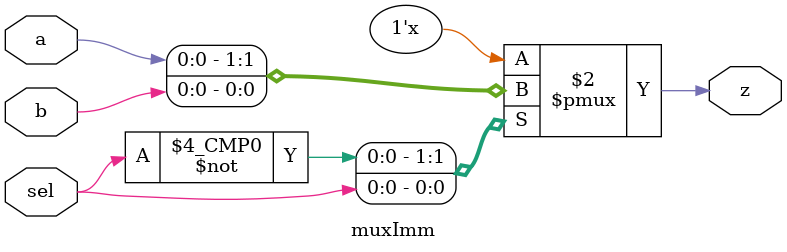
<source format=sv>
module muxImm (input [1:0] b,
              input [1:0] a,
              input sel,
              output z);
always_comb begin
  case(sel)
    0: z = a;
    1: z = b;
    default: z = 2'bXX;
  endcase
end
endmodule

</source>
